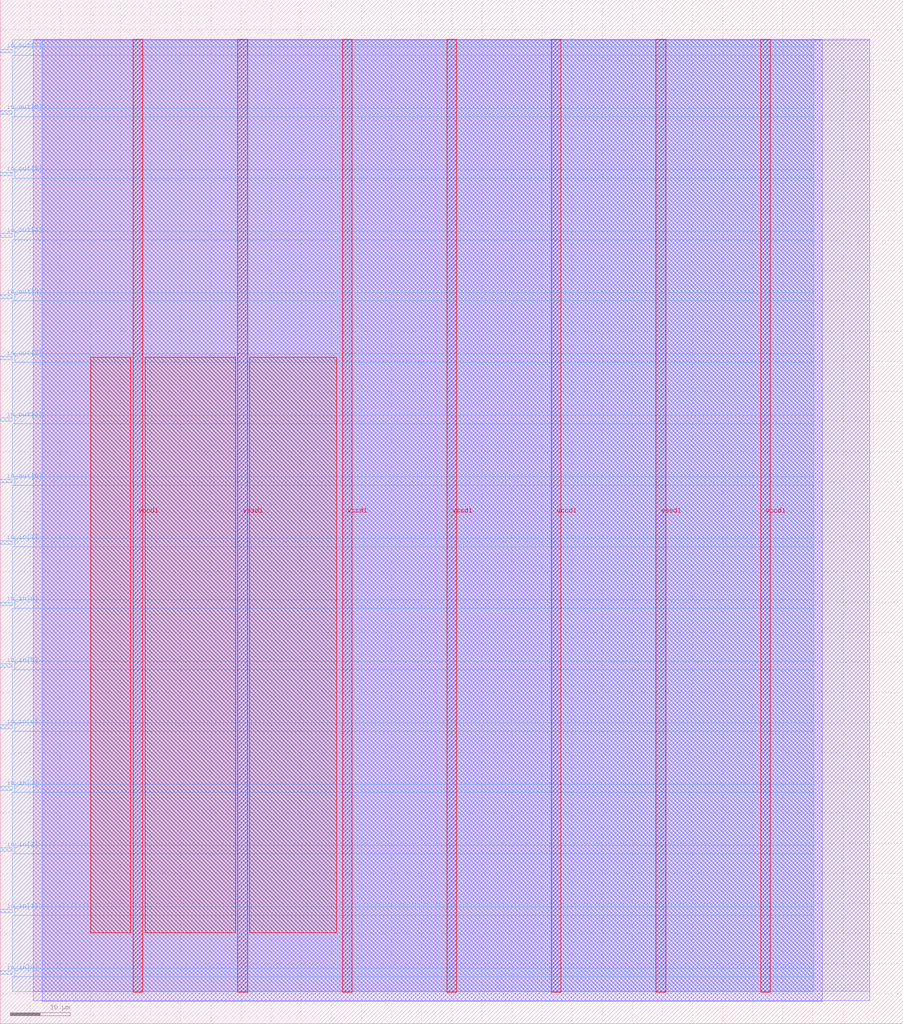
<source format=lef>
VERSION 5.7 ;
  NOWIREEXTENSIONATPIN ON ;
  DIVIDERCHAR "/" ;
  BUSBITCHARS "[]" ;
MACRO stevenmburns_toplevel
  CLASS BLOCK ;
  FOREIGN stevenmburns_toplevel ;
  ORIGIN 0.000 0.000 ;
  SIZE 150.000 BY 170.000 ;
  PIN io_in[0]
    DIRECTION INPUT ;
    USE SIGNAL ;
    PORT
      LAYER met3 ;
        RECT 0.000 8.200 2.000 8.800 ;
    END
  END io_in[0]
  PIN io_in[1]
    DIRECTION INPUT ;
    USE SIGNAL ;
    PORT
      LAYER met3 ;
        RECT 0.000 18.400 2.000 19.000 ;
    END
  END io_in[1]
  PIN io_in[2]
    DIRECTION INPUT ;
    USE SIGNAL ;
    PORT
      LAYER met3 ;
        RECT 0.000 28.600 2.000 29.200 ;
    END
  END io_in[2]
  PIN io_in[3]
    DIRECTION INPUT ;
    USE SIGNAL ;
    PORT
      LAYER met3 ;
        RECT 0.000 38.800 2.000 39.400 ;
    END
  END io_in[3]
  PIN io_in[4]
    DIRECTION INPUT ;
    USE SIGNAL ;
    PORT
      LAYER met3 ;
        RECT 0.000 49.000 2.000 49.600 ;
    END
  END io_in[4]
  PIN io_in[5]
    DIRECTION INPUT ;
    USE SIGNAL ;
    PORT
      LAYER met3 ;
        RECT 0.000 59.200 2.000 59.800 ;
    END
  END io_in[5]
  PIN io_in[6]
    DIRECTION INPUT ;
    USE SIGNAL ;
    PORT
      LAYER met3 ;
        RECT 0.000 69.400 2.000 70.000 ;
    END
  END io_in[6]
  PIN io_in[7]
    DIRECTION INPUT ;
    USE SIGNAL ;
    PORT
      LAYER met3 ;
        RECT 0.000 79.600 2.000 80.200 ;
    END
  END io_in[7]
  PIN io_out[0]
    DIRECTION OUTPUT TRISTATE ;
    USE SIGNAL ;
    PORT
      LAYER met3 ;
        RECT 0.000 89.800 2.000 90.400 ;
    END
  END io_out[0]
  PIN io_out[1]
    DIRECTION OUTPUT TRISTATE ;
    USE SIGNAL ;
    PORT
      LAYER met3 ;
        RECT 0.000 100.000 2.000 100.600 ;
    END
  END io_out[1]
  PIN io_out[2]
    DIRECTION OUTPUT TRISTATE ;
    USE SIGNAL ;
    PORT
      LAYER met3 ;
        RECT 0.000 110.200 2.000 110.800 ;
    END
  END io_out[2]
  PIN io_out[3]
    DIRECTION OUTPUT TRISTATE ;
    USE SIGNAL ;
    PORT
      LAYER met3 ;
        RECT 0.000 120.400 2.000 121.000 ;
    END
  END io_out[3]
  PIN io_out[4]
    DIRECTION OUTPUT TRISTATE ;
    USE SIGNAL ;
    PORT
      LAYER met3 ;
        RECT 0.000 130.600 2.000 131.200 ;
    END
  END io_out[4]
  PIN io_out[5]
    DIRECTION OUTPUT TRISTATE ;
    USE SIGNAL ;
    PORT
      LAYER met3 ;
        RECT 0.000 140.800 2.000 141.400 ;
    END
  END io_out[5]
  PIN io_out[6]
    DIRECTION OUTPUT TRISTATE ;
    USE SIGNAL ;
    PORT
      LAYER met3 ;
        RECT 0.000 151.000 2.000 151.600 ;
    END
  END io_out[6]
  PIN io_out[7]
    DIRECTION OUTPUT TRISTATE ;
    USE SIGNAL ;
    PORT
      LAYER met3 ;
        RECT 0.000 161.200 2.000 161.800 ;
    END
  END io_out[7]
  PIN vccd1
    DIRECTION INOUT ;
    USE POWER ;
    PORT
      LAYER met4 ;
        RECT 22.090 5.200 23.690 163.440 ;
    END
    PORT
      LAYER met4 ;
        RECT 56.830 5.200 58.430 163.440 ;
    END
    PORT
      LAYER met4 ;
        RECT 91.570 5.200 93.170 163.440 ;
    END
    PORT
      LAYER met4 ;
        RECT 126.310 5.200 127.910 163.440 ;
    END
  END vccd1
  PIN vssd1
    DIRECTION INOUT ;
    USE GROUND ;
    PORT
      LAYER met4 ;
        RECT 39.460 5.200 41.060 163.440 ;
    END
    PORT
      LAYER met4 ;
        RECT 74.200 5.200 75.800 163.440 ;
    END
    PORT
      LAYER met4 ;
        RECT 108.940 5.200 110.540 163.440 ;
    END
  END vssd1
  OBS
      LAYER li1 ;
        RECT 5.520 5.355 144.440 163.285 ;
      LAYER met1 ;
        RECT 5.520 3.780 144.440 163.440 ;
      LAYER met2 ;
        RECT 7.000 3.750 136.520 163.385 ;
      LAYER met3 ;
        RECT 2.000 162.200 135.175 163.365 ;
        RECT 2.400 160.800 135.175 162.200 ;
        RECT 2.000 152.000 135.175 160.800 ;
        RECT 2.400 150.600 135.175 152.000 ;
        RECT 2.000 141.800 135.175 150.600 ;
        RECT 2.400 140.400 135.175 141.800 ;
        RECT 2.000 131.600 135.175 140.400 ;
        RECT 2.400 130.200 135.175 131.600 ;
        RECT 2.000 121.400 135.175 130.200 ;
        RECT 2.400 120.000 135.175 121.400 ;
        RECT 2.000 111.200 135.175 120.000 ;
        RECT 2.400 109.800 135.175 111.200 ;
        RECT 2.000 101.000 135.175 109.800 ;
        RECT 2.400 99.600 135.175 101.000 ;
        RECT 2.000 90.800 135.175 99.600 ;
        RECT 2.400 89.400 135.175 90.800 ;
        RECT 2.000 80.600 135.175 89.400 ;
        RECT 2.400 79.200 135.175 80.600 ;
        RECT 2.000 70.400 135.175 79.200 ;
        RECT 2.400 69.000 135.175 70.400 ;
        RECT 2.000 60.200 135.175 69.000 ;
        RECT 2.400 58.800 135.175 60.200 ;
        RECT 2.000 50.000 135.175 58.800 ;
        RECT 2.400 48.600 135.175 50.000 ;
        RECT 2.000 39.800 135.175 48.600 ;
        RECT 2.400 38.400 135.175 39.800 ;
        RECT 2.000 29.600 135.175 38.400 ;
        RECT 2.400 28.200 135.175 29.600 ;
        RECT 2.000 19.400 135.175 28.200 ;
        RECT 2.400 18.000 135.175 19.400 ;
        RECT 2.000 9.200 135.175 18.000 ;
        RECT 2.400 7.800 135.175 9.200 ;
        RECT 2.000 5.275 135.175 7.800 ;
      LAYER met4 ;
        RECT 15.015 15.135 21.690 110.665 ;
        RECT 24.090 15.135 39.060 110.665 ;
        RECT 41.460 15.135 55.825 110.665 ;
  END
END stevenmburns_toplevel
END LIBRARY


</source>
